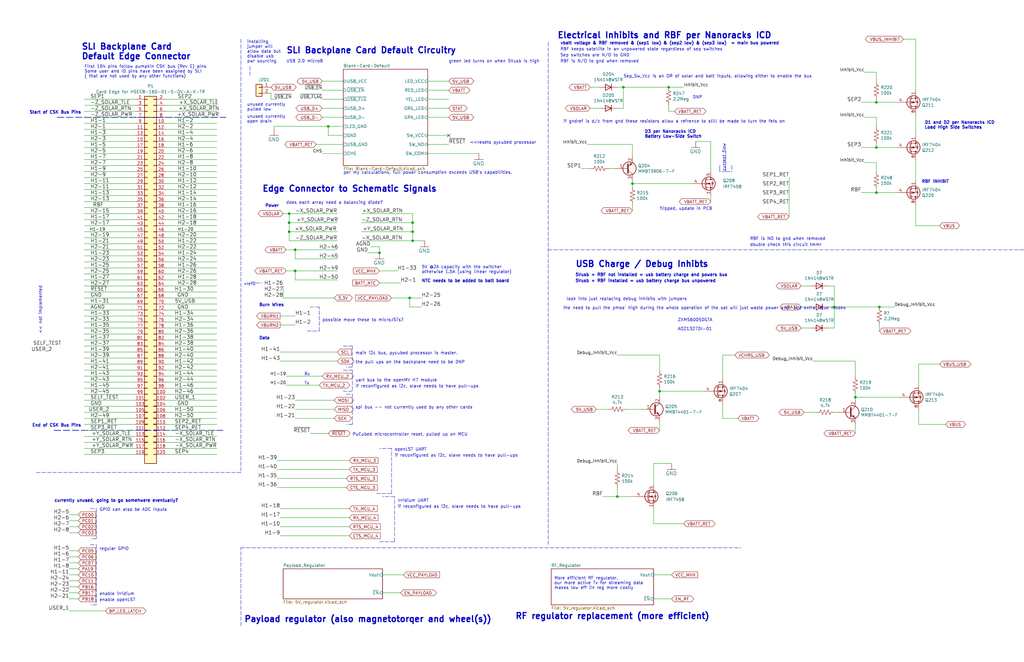
<source format=kicad_sch>
(kicad_sch (version 20211123) (generator eeschema)
  (paper "B")
  (title_block (title "Blank Card for SLI Backplane") (date "2021-11-05") (rev "A") (company "Sierra Lobo INC"))
  (junction (at 173.99 97.79))
  (junction (at 121.92 90.17))
  (junction (at 369.57 81.28))
  (junction (at 370.84 129.54))
  (junction (at 262.89 36.83))
  (junction (at 173.99 93.98))
  (junction (at 138.43 53.34))
  (junction (at 121.92 93.98))
  (junction (at 281.94 36.83))
  (junction (at 160.02 106.68))
  (junction (at 360.68 167.64))
  (junction (at 172.72 125.73))
  (junction (at 124.46 114.3))
  (junction (at 121.92 97.79))
  (junction (at 369.57 43.18))
  (junction (at 351.79 129.54))
  (junction (at 124.46 105.41))
  (junction (at 260.35 209.55))
  (junction (at 278.13 165.1))
  (junction (at 266.7 77.47))
  (junction (at 173.99 101.6))
  (junction (at 369.57 62.23))
  (no_connect (at 189.23 57.15))
  (wire (pts (xy 91.44 125.73) (xy 69.85 125.73)))
  (wire (pts (xy 91.44 49.53) (xy 69.85 49.53)))
  (polyline (pts (xy 38.1 229.87) (xy 40.64 229.87)))
  (wire (pts (xy 114.3 39.37) (xy 114.3 41.91)))
  (wire (pts (xy 29.21 252.73) (xy 33.02 252.73)))
  (wire (pts (xy 360.68 166.37) (xy 360.68 167.64)))
  (polyline (pts (xy 101.6 16.51) (xy 101.6 199.39)))
  (wire (pts (xy 275.59 195.58) (xy 275.59 204.47)))
  (wire (pts (xy 91.44 59.69) (xy 69.85 59.69)))
  (wire (pts (xy 57.15 118.11) (xy 35.56 118.11)))
  (wire (pts (xy 189.23 45.72) (xy 180.34 45.72)))
  (polyline (pts (xy 101.6 231.14) (xy 312.42 231.14)))
  (wire (pts (xy 91.44 181.61) (xy 69.85 181.61)))
  (wire (pts (xy 57.15 125.73) (xy 35.56 125.73)))
  (wire (pts (xy 91.44 158.75) (xy 69.85 158.75)))
  (wire (pts (xy 57.15 120.65) (xy 35.56 120.65)))
  (wire (pts (xy 281.94 44.45) (xy 281.94 46.99)))
  (wire (pts (xy 180.34 64.77) (xy 201.93 64.77)))
  (wire (pts (xy 118.11 137.16) (xy 124.46 137.16)))
  (wire (pts (xy 262.89 36.83) (xy 260.35 36.83)))
  (wire (pts (xy 130.81 182.88) (xy 138.43 182.88)))
  (wire (pts (xy 260.35 205.74) (xy 260.35 209.55)))
  (wire (pts (xy 278.13 165.1) (xy 278.13 167.64)))
  (polyline (pts (xy 107.95 119.38) (xy 110.49 119.38)))
  (wire (pts (xy 281.94 46.99) (xy 284.48 46.99)))
  (wire (pts (xy 369.57 30.48) (xy 369.57 34.29)))
  (wire (pts (xy 135.89 45.72) (xy 144.78 45.72)))
  (wire (pts (xy 29.21 247.65) (xy 33.02 247.65)))
  (polyline (pts (xy 144.78 156.21) (xy 148.59 156.21)))
  (wire (pts (xy 57.15 171.45) (xy 35.56 171.45)))
  (wire (pts (xy 140.97 176.53) (xy 124.46 176.53)))
  (wire (pts (xy 360.68 179.07) (xy 360.68 182.88)))
  (wire (pts (xy 189.23 34.29) (xy 180.34 34.29)))
  (wire (pts (xy 57.15 67.31) (xy 35.56 67.31)))
  (wire (pts (xy 57.15 140.97) (xy 35.56 140.97)))
  (wire (pts (xy 91.44 156.21) (xy 69.85 156.21)))
  (wire (pts (xy 124.46 118.11) (xy 124.46 114.3)))
  (wire (pts (xy 29.21 237.49) (xy 33.02 237.49)))
  (polyline (pts (xy 166.37 228.6) (xy 166.37 209.55)))
  (wire (pts (xy 91.44 85.09) (xy 69.85 85.09)))
  (wire (pts (xy 260.35 45.72) (xy 262.89 45.72)))
  (polyline (pts (xy 40.64 255.27) (xy 38.1 255.27)))
  (wire (pts (xy 57.15 41.91) (xy 35.56 41.91)))
  (wire (pts (xy 91.44 67.31) (xy 69.85 67.31)))
  (wire (pts (xy 173.99 93.98) (xy 152.4 93.98)))
  (wire (pts (xy 121.92 97.79) (xy 121.92 101.6)))
  (wire (pts (xy 364.49 49.53) (xy 369.57 49.53)))
  (wire (pts (xy 386.08 86.36) (xy 386.08 95.25)))
  (wire (pts (xy 91.44 128.27) (xy 69.85 128.27)))
  (wire (pts (xy 57.15 62.23) (xy 35.56 62.23)))
  (wire (pts (xy 57.15 151.13) (xy 35.56 151.13)))
  (wire (pts (xy 156.21 104.14) (xy 160.02 104.14)))
  (polyline (pts (xy 146.05 166.37) (xy 148.59 166.37)))
  (wire (pts (xy 173.99 90.17) (xy 173.99 93.98)))
  (wire (pts (xy 379.73 167.64) (xy 360.68 167.64)))
  (polyline (pts (xy 101.6 199.39) (xy 15.24 199.39)))
  (wire (pts (xy 142.24 148.59) (xy 118.11 148.59)))
  (wire (pts (xy 91.44 191.77) (xy 69.85 191.77)))
  (wire (pts (xy 369.57 62.23) (xy 363.22 62.23)))
  (wire (pts (xy 91.44 62.23) (xy 69.85 62.23)))
  (wire (pts (xy 57.15 130.81) (xy 35.56 130.81)))
  (wire (pts (xy 351.79 138.43) (xy 351.79 129.54)))
  (wire (pts (xy 189.23 49.53) (xy 180.34 49.53)))
  (wire (pts (xy 140.97 168.91) (xy 124.46 168.91)))
  (wire (pts (xy 351.79 120.65) (xy 349.25 120.65)))
  (wire (pts (xy 57.15 59.69) (xy 35.56 59.69)))
  (wire (pts (xy 369.57 68.58) (xy 369.57 72.39)))
  (wire (pts (xy 288.29 220.98) (xy 275.59 220.98)))
  (wire (pts (xy 360.68 168.91) (xy 360.68 167.64)))
  (wire (pts (xy 91.44 184.15) (xy 69.85 184.15)))
  (wire (pts (xy 177.8 125.73) (xy 172.72 125.73)))
  (wire (pts (xy 116.84 194.31) (xy 147.32 194.31)))
  (polyline (pts (xy 148.59 146.05) (xy 148.59 154.94)))
  (wire (pts (xy 278.13 149.86) (xy 278.13 156.21)))
  (polyline (pts (xy 40.64 214.63) (xy 40.64 227.33)))
  (wire (pts (xy 144.78 38.1) (xy 135.89 38.1)))
  (wire (pts (xy 369.57 80.01) (xy 369.57 81.28)))
  (wire (pts (xy 57.15 153.67) (xy 35.56 153.67)))
  (wire (pts (xy 121.92 90.17) (xy 121.92 93.98)))
  (wire (pts (xy 260.35 149.86) (xy 278.13 149.86)))
  (wire (pts (xy 119.38 90.17) (xy 121.92 90.17)))
  (polyline (pts (xy 101.6 264.16) (xy 101.6 231.14)))
  (polyline (pts (xy 303.53 69.85) (xy 303.53 71.12)))
  (wire (pts (xy 144.78 60.96) (xy 133.35 60.96)))
  (wire (pts (xy 91.44 54.61) (xy 69.85 54.61)))
  (wire (pts (xy 167.64 114.3) (xy 160.02 114.3)))
  (wire (pts (xy 91.44 82.55) (xy 69.85 82.55)))
  (wire (pts (xy 57.15 181.61) (xy 35.56 181.61)))
  (wire (pts (xy 337.82 120.65) (xy 341.63 120.65)))
  (wire (pts (xy 57.15 148.59) (xy 35.56 148.59)))
  (wire (pts (xy 251.46 172.72) (xy 256.54 172.72)))
  (polyline (pts (xy 148.59 179.07) (xy 146.05 179.07)))
  (wire (pts (xy 116.84 198.12) (xy 147.32 198.12)))
  (polyline (pts (xy 166.37 209.55) (xy 161.29 209.55)))
  (wire (pts (xy 57.15 156.21) (xy 35.56 156.21)))
  (wire (pts (xy 135.89 64.77) (xy 144.78 64.77)))
  (wire (pts (xy 278.13 177.8) (xy 278.13 181.61)))
  (wire (pts (xy 91.44 173.99) (xy 69.85 173.99)))
  (wire (pts (xy 262.89 45.72) (xy 262.89 36.83)))
  (wire (pts (xy 138.43 57.15) (xy 138.43 53.34)))
  (polyline (pts (xy 148.59 154.94) (xy 146.05 154.94)))
  (wire (pts (xy 91.44 186.69) (xy 69.85 186.69)))
  (wire (pts (xy 57.15 69.85) (xy 35.56 69.85)))
  (wire (pts (xy 189.23 60.96) (xy 180.34 60.96)))
  (wire (pts (xy 364.49 30.48) (xy 369.57 30.48)))
  (wire (pts (xy 264.16 172.72) (xy 270.51 172.72)))
  (wire (pts (xy 57.15 95.25) (xy 35.56 95.25)))
  (wire (pts (xy 260.35 209.55) (xy 267.97 209.55)))
  (wire (pts (xy 341.63 129.54) (xy 337.82 129.54)))
  (polyline (pts (xy 134.62 129.54) (xy 130.81 129.54)))
  (wire (pts (xy 57.15 52.07) (xy 35.56 52.07)))
  (polyline (pts (xy 158.75 208.28) (xy 165.1 208.28)))
  (wire (pts (xy 91.44 168.91) (xy 69.85 168.91)))
  (wire (pts (xy 91.44 151.13) (xy 69.85 151.13)))
  (wire (pts (xy 57.15 44.45) (xy 35.56 44.45)))
  (polyline (pts (xy 40.64 229.87) (xy 40.64 255.27)))
  (wire (pts (xy 381 16.51) (xy 386.08 16.51)))
  (wire (pts (xy 57.15 46.99) (xy 35.56 46.99)))
  (wire (pts (xy 57.15 158.75) (xy 35.56 158.75)))
  (wire (pts (xy 57.15 113.03) (xy 35.56 113.03)))
  (wire (pts (xy 121.92 101.6) (xy 142.24 101.6)))
  (wire (pts (xy 33.02 222.25) (xy 29.21 222.25)))
  (wire (pts (xy 172.72 129.54) (xy 177.8 129.54)))
  (wire (pts (xy 266.7 86.36) (xy 266.7 88.9)))
  (wire (pts (xy 168.91 119.38) (xy 160.02 119.38)))
  (wire (pts (xy 91.44 87.63) (xy 69.85 87.63)))
  (wire (pts (xy 304.8 149.86) (xy 304.8 160.02)))
  (wire (pts (xy 29.21 242.57) (xy 33.02 242.57)))
  (wire (pts (xy 387.35 172.72) (xy 387.35 179.07)))
  (wire (pts (xy 57.15 54.61) (xy 35.56 54.61)))
  (wire (pts (xy 29.21 232.41) (xy 33.02 232.41)))
  (wire (pts (xy 299.72 59.69) (xy 293.37 59.69)))
  (wire (pts (xy 91.44 72.39) (xy 69.85 72.39)))
  (wire (pts (xy 396.24 153.67) (xy 387.35 153.67)))
  (wire (pts (xy 256.54 71.12) (xy 259.08 71.12)))
  (wire (pts (xy 120.65 162.56) (xy 134.62 162.56)))
  (wire (pts (xy 114.3 41.91) (xy 116.84 41.91)))
  (wire (pts (xy 135.89 41.91) (xy 144.78 41.91)))
  (wire (pts (xy 248.92 71.12) (xy 245.11 71.12)))
  (wire (pts (xy 91.44 153.67) (xy 69.85 153.67)))
  (wire (pts (xy 387.35 179.07) (xy 398.78 179.07)))
  (wire (pts (xy 281.94 36.83) (xy 288.29 36.83)))
  (wire (pts (xy 172.72 125.73) (xy 172.72 129.54)))
  (polyline (pts (xy 134.62 139.7) (xy 134.62 129.54)))
  (wire (pts (xy 57.15 107.95) (xy 35.56 107.95)))
  (wire (pts (xy 57.15 168.91) (xy 35.56 168.91)))
  (wire (pts (xy 57.15 166.37) (xy 35.56 166.37)))
  (wire (pts (xy 124.46 114.3) (xy 142.24 114.3)))
  (wire (pts (xy 124.46 109.22) (xy 142.24 109.22)))
  (wire (pts (xy 386.08 67.31) (xy 386.08 76.2)))
  (polyline (pts (xy 148.59 165.1) (xy 144.78 165.1)))
  (wire (pts (xy 369.57 41.91) (xy 369.57 43.18)))
  (wire (pts (xy 189.23 57.15) (xy 180.34 57.15)))
  (wire (pts (xy 369.57 49.53) (xy 369.57 53.34)))
  (polyline (pts (xy 24.13 49.53) (xy 95.25 49.53)) (stroke (width 0.254)))
  (wire (pts (xy 116.84 201.93) (xy 146.05 201.93)))
  (wire (pts (xy 33.02 250.19) (xy 29.21 250.19)))
  (wire (pts (xy 135.89 34.29) (xy 144.78 34.29)))
  (wire (pts (xy 154.94 106.68) (xy 160.02 106.68)))
  (wire (pts (xy 91.44 123.19) (xy 69.85 123.19)))
  (wire (pts (xy 57.15 105.41) (xy 35.56 105.41)))
  (wire (pts (xy 91.44 148.59) (xy 69.85 148.59)))
  (wire (pts (xy 179.07 101.6) (xy 173.99 101.6)))
  (wire (pts (xy 386.08 95.25) (xy 396.24 95.25)))
  (wire (pts (xy 57.15 74.93) (xy 35.56 74.93)))
  (wire (pts (xy 57.15 135.89) (xy 35.56 135.89)))
  (wire (pts (xy 116.84 205.74) (xy 146.05 205.74)))
  (wire (pts (xy 91.44 80.01) (xy 69.85 80.01)))
  (wire (pts (xy 360.68 152.4) (xy 360.68 158.75)))
  (wire (pts (xy 91.44 107.95) (xy 69.85 107.95)))
  (wire (pts (xy 57.15 90.17) (xy 35.56 90.17)))
  (wire (pts (xy 57.15 191.77) (xy 35.56 191.77)))
  (wire (pts (xy 118.11 222.25) (xy 147.32 222.25)))
  (wire (pts (xy 57.15 173.99) (xy 35.56 173.99)))
  (wire (pts (xy 370.84 129.54) (xy 377.19 129.54)))
  (polyline (pts (xy 22.86 181.61) (xy 93.98 181.61)) (stroke (width 0.254)))
  (wire (pts (xy 57.15 49.53) (xy 35.56 49.53)))
  (wire (pts (xy 173.99 97.79) (xy 152.4 97.79)))
  (wire (pts (xy 91.44 44.45) (xy 69.85 44.45)))
  (wire (pts (xy 57.15 138.43) (xy 35.56 138.43)))
  (wire (pts (xy 57.15 146.05) (xy 35.56 146.05)))
  (wire (pts (xy 91.44 90.17) (xy 69.85 90.17)))
  (polyline (pts (xy 160.02 228.6) (xy 166.37 228.6)))
  (wire (pts (xy 57.15 92.71) (xy 35.56 92.71)))
  (wire (pts (xy 91.44 41.91) (xy 69.85 41.91)))
  (wire (pts (xy 247.65 60.96) (xy 266.7 60.96)))
  (wire (pts (xy 91.44 143.51) (xy 69.85 143.51)))
  (wire (pts (xy 57.15 110.49) (xy 35.56 110.49)))
  (wire (pts (xy 140.97 172.72) (xy 124.46 172.72)))
  (wire (pts (xy 91.44 146.05) (xy 69.85 146.05)))
  (polyline (pts (xy 303.53 71.12) (xy 303.53 72.39)))
  (wire (pts (xy 57.15 115.57) (xy 35.56 115.57)))
  (wire (pts (xy 173.99 93.98) (xy 173.99 97.79)))
  (wire (pts (xy 57.15 128.27) (xy 35.56 128.27)))
  (wire (pts (xy 170.18 242.57) (xy 161.29 242.57)))
  (wire (pts (xy 364.49 68.58) (xy 369.57 68.58)))
  (wire (pts (xy 91.44 69.85) (xy 69.85 69.85)))
  (wire (pts (xy 91.44 179.07) (xy 69.85 179.07)))
  (wire (pts (xy 144.78 57.15) (xy 138.43 57.15)))
  (wire (pts (xy 91.44 110.49) (xy 69.85 110.49)))
  (polyline (pts (xy 1041.4 464.82) (xy 1041.4 452.12)))
  (wire (pts (xy 57.15 133.35) (xy 35.56 133.35)))
  (wire (pts (xy 57.15 85.09) (xy 35.56 85.09)))
  (polyline (pts (xy 165.1 208.28) (xy 165.1 189.23)))
  (wire (pts (xy 57.15 80.01) (xy 35.56 80.01)))
  (wire (pts (xy 339.09 173.99) (xy 344.17 173.99)))
  (wire (pts (xy 189.23 38.1) (xy 180.34 38.1)))
  (wire (pts (xy 119.38 125.73) (xy 140.97 125.73)))
  (wire (pts (xy 115.57 53.34) (xy 138.43 53.34)))
  (wire (pts (xy 299.72 59.69) (xy 299.72 72.39)))
  (wire (pts (xy 283.21 242.57) (xy 275.59 242.57)))
  (wire (pts (xy 91.44 166.37) (xy 69.85 166.37)))
  (polyline (pts (xy 231.14 17.78) (xy 231.14 229.87)))
  (polyline (pts (xy 129.54 139.7) (xy 134.62 139.7)))
  (wire (pts (xy 57.15 123.19) (xy 35.56 123.19)))
  (wire (pts (xy 332.74 74.93) (xy 332.74 91.44)))
  (wire (pts (xy 91.44 57.15) (xy 69.85 57.15)))
  (wire (pts (xy 142.24 152.4) (xy 118.11 152.4)))
  (wire (pts (xy 29.21 257.81) (xy 44.45 257.81)))
  (wire (pts (xy 120.65 105.41) (xy 124.46 105.41)))
  (polyline (pts (xy 231.14 105.41) (xy 434.34 105.41)))
  (wire (pts (xy 370.84 137.16) (xy 370.84 139.7)))
  (wire (pts (xy 29.21 219.71) (xy 33.02 219.71)))
  (wire (pts (xy 115.57 53.34) (xy 115.57 54.61)))
  (wire (pts (xy 91.44 163.83) (xy 69.85 163.83)))
  (wire (pts (xy 57.15 97.79) (xy 35.56 97.79)))
  (wire (pts (xy 309.88 149.86) (xy 304.8 149.86)))
  (wire (pts (xy 91.44 100.33) (xy 69.85 100.33)))
  (polyline (pts (xy 148.59 156.21) (xy 148.59 165.1)))
  (wire (pts (xy 121.92 93.98) (xy 121.92 97.79)))
  (wire (pts (xy 351.79 129.54) (xy 370.84 129.54)))
  (polyline (pts (xy 165.1 189.23) (xy 160.02 189.23)))
  (wire (pts (xy 57.15 87.63) (xy 35.56 87.63)))
  (wire (pts (xy 369.57 62.23) (xy 378.46 62.23)))
  (wire (pts (xy 91.44 92.71) (xy 69.85 92.71)))
  (polyline (pts (xy 308.61 69.85) (xy 308.61 72.39)))
  (wire (pts (xy 369.57 81.28) (xy 363.22 81.28)))
  (polyline (pts (xy 306.07 72.39) (xy 308.61 72.39)))
  (wire (pts (xy 91.44 130.81) (xy 69.85 130.81)))
  (wire (pts (xy 119.38 125.73) (xy 119.38 120.65)))
  (wire (pts (xy 142.24 93.98) (xy 121.92 93.98)))
  (wire (pts (xy 124.46 133.35) (xy 118.11 133.35)))
  (polyline (pts (xy 306.07 63.5) (xy 306.07 72.39)))
  (wire (pts (xy 304.8 176.53) (xy 311.15 176.53)))
  (wire (pts (xy 266.7 77.47) (xy 266.7 78.74)))
  (wire (pts (xy 387.35 153.67) (xy 387.35 162.56)))
  (polyline (pts (xy 306.07 72.39) (xy 303.53 72.39)))
  (wire (pts (xy 297.18 165.1) (xy 278.13 165.1)))
  (wire (pts (xy 180.34 41.91) (xy 189.23 41.91)))
  (wire (pts (xy 91.44 115.57) (xy 69.85 115.57)))
  (wire (pts (xy 33.02 240.03) (xy 29.21 240.03)))
  (wire (pts (xy 142.24 105.41) (xy 124.46 105.41)))
  (wire (pts (xy 252.73 36.83) (xy 248.92 36.83)))
  (wire (pts (xy 91.44 77.47) (xy 69.85 77.47)))
  (wire (pts (xy 144.78 53.34) (xy 138.43 53.34)))
  (wire (pts (xy 275.59 195.58) (xy 283.21 195.58)))
  (wire (pts (xy 342.9 152.4) (xy 360.68 152.4)))
  (wire (pts (xy 91.44 176.53) (xy 69.85 176.53)))
  (wire (pts (xy 135.89 49.53) (xy 144.78 49.53)))
  (wire (pts (xy 91.44 118.11) (xy 69.85 118.11)))
  (wire (pts (xy 351.79 173.99) (xy 353.06 173.99)))
  (wire (pts (xy 57.15 176.53) (xy 35.56 176.53)))
  (wire (pts (xy 369.57 81.28) (xy 378.46 81.28)))
  (wire (pts (xy 275.59 252.73) (xy 283.21 252.73)))
  (wire (pts (xy 57.15 72.39) (xy 35.56 72.39)))
  (wire (pts (xy 91.44 105.41) (xy 69.85 105.41)))
  (wire (pts (xy 91.44 189.23) (xy 69.85 189.23)))
  (wire (pts (xy 351.79 129.54) (xy 349.25 129.54)))
  (wire (pts (xy 351.79 129.54) (xy 351.79 120.65)))
  (wire (pts (xy 57.15 189.23) (xy 35.56 189.23)))
  (wire (pts (xy 91.44 95.25) (xy 69.85 95.25)))
  (wire (pts (xy 91.44 74.93) (xy 69.85 74.93)))
  (wire (pts (xy 57.15 102.87) (xy 35.56 102.87)))
  (wire (pts (xy 91.44 140.97) (xy 69.85 140.97)))
  (wire (pts (xy 124.46 105.41) (xy 124.46 109.22)))
  (wire (pts (xy 118.11 218.44) (xy 147.32 218.44)))
  (wire (pts (xy 29.21 224.79) (xy 33.02 224.79)))
  (wire (pts (xy 57.15 163.83) (xy 35.56 163.83)))
  (wire (pts (xy 57.15 184.15) (xy 35.56 184.15)))
  (polyline (pts (xy 38.1 214.63) (xy 40.64 214.63)))
  (wire (pts (xy 349.25 138.43) (xy 351.79 138.43)))
  (polyline (pts (xy 105.41 27.94) (xy 105.41 31.75)))
  (wire (pts (xy 304.8 170.18) (xy 304.8 176.53)))
  (wire (pts (xy 369.57 43.18) (xy 378.46 43.18)))
  (wire (pts (xy 57.15 100.33) (xy 35.56 100.33)))
  (wire (pts (xy 278.13 163.83) (xy 278.13 165.1)))
  (wire (pts (xy 91.44 171.45) (xy 69.85 171.45)))
  (wire (pts (xy 337.82 138.43) (xy 341.63 138.43)))
  (wire (pts (xy 248.92 45.72) (xy 252.73 45.72)))
  (wire (pts (xy 161.29 250.19) (xy 168.91 250.19)))
  (wire (pts (xy 386.08 16.51) (xy 386.08 38.1)))
  (wire (pts (xy 121.92 90.17) (xy 142.24 90.17)))
  (wire (pts (xy 266.7 77.47) (xy 292.1 77.47)))
  (wire (pts (xy 91.44 120.65) (xy 69.85 120.65)))
  (wire (pts (xy 57.15 186.69) (xy 35.56 186.69)))
  (wire (pts (xy 91.44 102.87) (xy 69.85 102.87)))
  (wire (pts (xy 57.15 143.51) (xy 35.56 143.51)))
  (wire (pts (xy 57.15 57.15) (xy 35.56 57.15)))
  (wire (pts (xy 142.24 97.79) (xy 121.92 97.79)))
  (wire (pts (xy 91.44 135.89) (xy 69.85 135.89)))
  (wire (pts (xy 260.35 195.58) (xy 260.35 198.12)))
  (wire (pts (xy 160.02 104.14) (xy 160.02 106.68)))
  (wire (pts (xy 386.08 57.15) (xy 386.08 48.26)))
  (wire (pts (xy 173.99 90.17) (xy 152.4 90.17)))
  (wire (pts (xy 173.99 101.6) (xy 152.4 101.6)))
  (wire (pts (xy 91.44 113.03) (xy 69.85 113.03)))
  (wire (pts (xy 57.15 64.77) (xy 35.56 64.77)))
  (polyline (pts (xy 148.59 166.37) (xy 148.59 179.07)))
  (wire (pts (xy 262.89 36.83) (xy 281.94 36.83)))
  (wire (pts (xy 91.44 64.77) (xy 69.85 64.77)))
  (polyline (pts (xy 40.64 227.33) (xy 38.1 227.33)))
  (wire (pts (xy 91.44 46.99) (xy 69.85 46.99)))
  (wire (pts (xy 91.44 161.29) (xy 69.85 161.29)))
  (wire (pts (xy 91.44 97.79) (xy 69.85 97.79)))
  (wire (pts (xy 124.46 118.11) (xy 142.24 118.11)))
  (wire (pts (xy 33.02 245.11) (xy 29.21 245.11)))
  (wire (pts (xy 266.7 60.96) (xy 266.7 66.04)))
  (wire (pts (xy 369.57 60.96) (xy 369.57 62.23)))
  (wire (pts (xy 33.02 217.17) (xy 29.21 217.17)))
  (wire (pts (xy 57.15 179.07) (xy 35.56 179.07)))
  (wire (pts (xy 173.99 97.79) (xy 173.99 101.6)))
  (wire (pts (xy 57.15 161.29) (xy 35.56 161.29)))
  (wire (pts (xy 120.65 114.3) (xy 124.46 114.3)))
  (wire (pts (xy 363.22 43.18) (xy 369.57 43.18)))
  (wire (pts (xy 91.44 133.35) (xy 69.85 133.35)))
  (wire (pts (xy 254 209.55) (xy 260.35 209.55)))
  (polyline (pts (xy 144.78 146.05) (xy 148.59 146.05)))
  (wire (pts (xy 91.44 138.43) (xy 69.85 138.43)))
  (wire (pts (xy 275.59 220.98) (xy 275.59 214.63)))
  (wire (pts (xy 33.02 234.95) (xy 29.21 234.95)))
  (wire (pts (xy 57.15 82.55) (xy 35.56 82.55)))
  (wire (pts (xy 165.1 125.73) (xy 172.72 125.73)))
  (wire (pts (xy 266.7 76.2) (xy 266.7 77.47)))
  (wire (pts (xy 118.11 226.06) (xy 147.32 226.06)))
  (wire (pts (xy 118.11 214.63) (xy 147.32 214.63)))
  (wire (pts (xy 135.89 158.75) (xy 120.65 158.75)))
  (wire (pts (xy 299.72 82.55) (xy 299.72 85.09)))
  (wire (pts (xy 35.56 77.47) (xy 57.15 77.47)))
  (wire (pts (xy 91.44 52.07) (xy 69.85 52.07)))
  (text "RBF is NO to gnd when removed" (at 316.23 101.6 0) (effects (font (size 1.27 1.27)) (justify left bottom)))
  (text "possible move these to microJSTs?" (at 135.89 135.89 0) (effects (font (size 1.27 1.27)) (justify left bottom)))
  (text "Power" (at 111.76 87.63 0) (effects (font (size 1.27 1.27) (thickness 0.254) bold) (justify left bottom)))
  (text "if reconfigured as i2c, slave needs to have pull-ups" (at 149.86 163.83 0) (effects (font (size 1.27 1.27)) (justify left bottom)))
  (text "RBF is N/O to gnd when removed" (at 236.22 26.67 0) (effects (font (size 1.27 1.27)) (justify left bottom)))
  (text "Tx" (at 128.27 162.56 0) (effects (font (size 1.27 1.27)) (justify left bottom)))
  (text "RBF INHIBIT" (at 388.62 77.47 0) (effects (font (size 1.27 1.27) (thickness 0.254) bold) (justify left bottom)))
  (text "enable openLST" (at 41.91 254 0) (effects (font (size 1.27 1.27)) (justify left bottom)))
  (text "spi bus -- not currently used by any other cards" (at 149.86 172.72 0) (effects (font (size 1.27 1.27)) (justify left bottom)))
  (text "5Vusb + RBF installed = usb battery charge bus unpowered" (at 242.57 119.38 0) (effects (font (size 1.27 1.27) (thickness 0.254) bold) (justify left bottom)))
  (text "NTC needs to be added to batt board" (at 177.8 119.38 0) (effects (font (size 1.27 1.27) (thickness 0.254) bold) (justify left bottom)))
  (text "SLI Backplane Card \nDefault Edge Connector" (at 34.29 25.4 0) (effects (font (size 2.54 2.54) (thickness 0.508) bold) (justify left bottom)))
  (text "Data" (at 109.22 143.51 0) (effects (font (size 1.27 1.27) (thickness 0.254) bold) (justify left bottom)))
  (text "Start of CSK Bus Pins" (at 34.29 48.26 180) (effects (font (size 1.27 1.27) (thickness 0.254) bold) (justify right bottom)))
  (text "PuCubed microcontroller reset, pulled up on MCU" (at 148.59 184.15 0) (effects (font (size 1.27 1.27)) (justify left bottom)))
  (text "Sep_Sw_Vcc is an OR of solar and batt inputs, allowing either to enable the bus" (at 262.89 33.02 0) (effects (font (size 1.27 1.27)) (justify left bottom)))
  (text "USB 2.0 microB" (at 120.65 26.67 0) (effects (font (size 1.27 1.27)) (justify left bottom)))
  (text "regular GPIO" (at 41.91 232.41 0) (effects (font (size 1.27 1.27)) (justify left bottom)))
  (text "Irridium UART" (at 167.64 212.09 0) (effects (font (size 1.27 1.27)) (justify left bottom)))
  (text "More efficient RF regulator,\nour more active Tx for streaming data\nmakes low eff lin reg more costly" (at 233.68 248.92 0) (effects (font (size 1.27 1.27)) (justify left bottom)))
  (text "5V @2A capacity with the switcher\notherwise 1.5A (using linear regulator)" (at 177.8 115.57 0) (effects (font (size 1.27 1.27)) (justify left bottom)))
  (text "if reconfigured as i2c, slave needs to have pull-ups" (at 167.64 214.63 0) (effects (font (size 1.27 1.27)) (justify left bottom)))
  (text "the need to pull the pmos' high during the whole operation of the sat will just waste power and  add extra falue modes" (at 237.49 130.81 0) (effects (font (size 1.27 1.27)) (justify left bottom)))
  (text "D3 per Nanoracks ICD\nBattery Low-Side Switch" (at 271.78 58.42 0) (effects (font (size 1.27 1.27) (thickness 0.254) bold) (justify left bottom)))
  (text "D1 and D2 per Nanoracks ICD\nLoad High Side Switches" (at 389.89 54.61 0) (effects (font (size 1.27 1.27) (thickness 0.254) bold) (justify left bottom)))
  (text "unused currently \nopen drain" (at 104.14 52.07 0) (effects (font (size 1.27 1.27)) (justify left bottom)))
  (text "double check this circuit tmmr" (at 316.23 104.14 0) (effects (font (size 1.27 1.27)) (justify left bottom)))
  (text "if gndref is d/c from gnd these resistors allow a refrence to still be made to turn the fets on" (at 237.49 52.07 0) (effects (font (size 1.27 1.27)) (justify left bottom)))
  (text "openLST UART" (at 166.37 190.5 0) (effects (font (size 1.27 1.27)) (justify left bottom)))
  (text "GPIO can also be ADC inputs" (at 41.91 215.9 0) (effects (font (size 1.27 1.27)) (justify left bottom)))
  (text "unused currently\npulled low" (at 104.14 46.99 0) (effects (font (size 1.27 1.27)) (justify left bottom)))
  (text "Sep switches are N/O to GND" (at 236.22 24.13 0) (effects (font (size 1.27 1.27)) (justify left bottom)))
  (text "main i2c bus, pycubed processor is master. " (at 149.86 149.86 0) (effects (font (size 1.27 1.27)) (justify left bottom)))
  (text "uart bus to the openMV H7 module" (at 149.86 161.29 0) (effects (font (size 1.27 1.27)) (justify left bottom)))
  (text "installing\njumper will \nallow data but \ndisable usb \npwr sourcing" (at 104.14 26.67 0) (effects (font (size 1.27 1.27)) (justify left bottom)))
  (text "does each array need a balancing diode?" (at 120.65 86.36 0) (effects (font (size 1.27 1.27)) (justify left bottom)))
  (text "RF regulator replacement (more efficient)\n" (at 217.17 261.62 0) (effects (font (size 2.54 2.54) (thickness 0.508) bold) (justify left bottom)))
  (text "USB Charge / Debug Inhibts" (at 242.57 113.03 0) (effects (font (size 2.54 2.54) (thickness 0.508) bold) (justify left bottom)))
  (text "ZXMS6005DGTA" (at 285.75 135.89 0) (effects (font (size 1.27 1.27)) (justify left bottom)))
  (text "RBF keeps satellite in an unpowered state regardless of sep switches" (at 236.22 21.59 0) (effects (font (size 1.27 1.27)) (justify left bottom)))
  (text "vref0" (at 102.87 120.65 0) (effects (font (size 1.27 1.27)) (justify left bottom)))
  (text "Rx" (at 128.27 158.75 0) (effects (font (size 1.27 1.27)) (justify left bottom)))
  (text "5Vusb + RBF not installed = usb battery charge and powers bus" (at 242.57 116.84 0) (effects (font (size 1.27 1.27) (thickness 0.254) bold) (justify left bottom)))
  (text "<< not implemented" (at 17.78 140.97 90) (effects (font (size 1.27 1.27)) (justify left bottom)))
  (text "currently unused, going to go somehwere eventually?" (at 22.86 212.09 0) (effects (font (size 1.27 1.27) (thickness 0.254) bold) (justify left bottom)))
  (text "green led turns on when 5Vusb is high" (at 189.23 26.67 0) (effects (font (size 1.27 1.27)) (justify left bottom)))
  (text "Burn Wires" (at 109.22 129.54 0) (effects (font (size 1.27 1.27) (thickness 0.254) bold) (justify left bottom)))
  (text "Edge Connector to Schematic Signals" (at 110.49 81.28 0) (effects (font (size 2.54 2.54) (thickness 0.508) bold) (justify left bottom)))
  (text "SLI Backplane Card Default Circuitry" (at 120.65 22.86 0) (effects (font (size 2.54 2.54) (thickness 0.508) bold) (justify left bottom)))
  (text "look into just replacing debug inhibits with jumpers" (at 238.76 127 0) (effects (font (size 1.27 1.27)) (justify left bottom)))
  (text "<<resets pycubed processor" (at 198.12 60.96 0) (effects (font (size 1.27 1.27)) (justify left bottom)))
  (text "if reconfigured as i2c, slave needs to have pull-ups" (at 166.37 193.04 0) (effects (font (size 1.27 1.27)) (justify left bottom)))
  (text "flipped, update in PCB" (at 278.13 88.9 0) (effects (font (size 1.27 1.27)) (justify left bottom)))
  (text "AOZ1327DI-01\n" (at 285.75 139.7 0) (effects (font (size 1.27 1.27)) (justify left bottom)))
  (text "End of CSK Bus Pins" (at 34.29 180.34 180) (effects (font (size 1.27 1.27) (thickness 0.254) bold) (justify right bottom)))
  (text "current flow" (at 306.07 72.39 90) (effects (font (size 1.27 1.27)) (justify left bottom)))
  (text "Electrical Inhibits and RBF per Nanoracks ICD" (at 234.95 16.51 0) (effects (font (size 2.54 2.54) (thickness 0.508) bold) (justify left bottom)))
  (text "enable irridium" (at 41.91 251.46 0) (effects (font (size 1.27 1.27)) (justify left bottom)))
  (text "the pull ups on the backplane need to be DNP" (at 149.86 153.67 0) (effects (font (size 1.27 1.27)) (justify left bottom)))
  (text "DNP" (at 292.1 41.91 0) (effects (font (size 1.27 1.27)) (justify left bottom)))
  (text "vbatt voltage & RBF removed & (sep1 low) & (sep2 low) & (sep3 low)  = main bus powered" (at 236.22 19.05 0) (effects (font (size 1.27 1.27) (thickness 0.254) bold) (justify left bottom)))
  (text "per my calculations, full power consumption exceeds USB's capabilities." (at 144.78 73.66 0) (effects (font (size 1.27 1.27)) (justify left bottom)))
  (text "Payload regulator (also magnetotorqer and wheel(s))" (at 102.87 262.89 0) (effects (font (size 2.54 2.54) (thickness 0.508) bold) (justify left bottom)))
  (text "First 104 pins follow pumpkin CSK bus (Rev E) pins\nSome user and IO pins have been assigned by SLI \n( that are not used by any other functions)" (at 35.56 33.02 0) (effects (font (size 1.27 1.27)) (justify left bottom)))
  (label "H1-28" (at 74.93 118.11 0) (effects (font (size 1.524 1.524))))
  (label "~{RESET}" (at 130.81 182.88 180) (effects (font (size 1.524 1.524))))
  (label "H2-16" (at 74.93 90.17 0) (effects (font (size 1.524 1.524))))
  (label "SEP3_RET" (at 332.74 82.55 180) (effects (font (size 1.524 1.524))))
  (label "H1-33" (at 167.64 114.3 0) (effects (font (size 1.524 1.524))))
  (label "SEP2_RET" (at 73.66 179.07 0) (effects (font (size 1.524 1.524))))
  (label "H1-8" (at 74.93 67.31 0) (effects (font (size 1.524 1.524))))
  (label "H2-50" (at 134.62 118.11 0) (effects (font (size 1.524 1.524))))
  (label "H1-21" (at 38.1 102.87 0) (effects (font (size 1.524 1.524))))
  (label "+X_SOLAR_PWR" (at 124.206 97.79 0) (effects (font (size 1.524 1.524))))
  (label "H1-16" (at 74.93 87.63 0) (effects (font (size 1.524 1.524))))
  (label "H1-1" (at 124.46 133.35 0) (effects (font (size 1.524 1.524))))
  (label "H2-35" (at 38.1 140.97 0) (effects (font (size 1.524 1.524))))
  (label "SELF_TEST" (at 38.1 168.91 0) (effects (font (size 1.524 1.524))))
  (label "H1-35" (at 38.1 138.43 0) (effects (font (size 1.524 1.524))))
  (label "RBF" (at 39.116 87.63 0) (effects (font (size 1.524 1.524))))
  (label "H2-24" (at 29.21 245.11 180) (effects (font (size 1.524 1.524))))
  (label "H2-22" (at 74.93 105.41 0) (effects (font (size 1.524 1.524))))
  (label "H1-7" (at 29.21 237.49 180) (effects (font (size 1.524 1.524))))
  (label "H2-21" (at 29.21 252.73 180) (effects (font (size 1.524 1.524))))
  (label "H2-33" (at 38.1 135.89 0) (effects (font (size 1.524 1.524))))
  (label "SEP3_RET" (at 38.1 181.61 0) (effects (font (size 1.524 1.524))))
  (label "H2-9" (at 38.1 74.93 0) (effects (font (size 1.524 1.524))))
  (label "H1-21" (at 124.46 176.53 180) (effects (font (size 1.524 1.524))))
  (label "CHS" (at 135.89 64.77 180))
  (label "H1-2" (at 74.93 52.07 0) (effects (font (size 1.524 1.524))))
  (label "H1-10" (at 118.11 222.25 180) (effects (font (size 1.524 1.524))))
  (label "H2-14" (at 74.93 85.09 0) (effects (font (size 1.524 1.524))))
  (label "H2-45" (at 38.1 166.37 0) (effects (font (size 1.524 1.524))))
  (label "H1-34" (at 73.66 133.35 0) (effects (font (size 1.524 1.524))))
  (label "H1-11" (at 38.1 77.47 0) (effects (font (size 1.524 1.524))))
  (label "RBF" (at 363.22 81.28 180) (effects (font (size 1.524 1.524))))
  (label "H1-36" (at 73.66 138.43 0) (effects (font (size 1.524 1.524))))
  (label "Debug_Inhibit_Vcc" (at 377.19 129.54 0))
  (label "H2-8" (at 29.21 224.79 180) (effects (font (size 1.524 1.524))))
  (label "SEP4" (at 73.66 191.77 0) (effects (font (size 1.524 1.524))))
  (label "H1-41" (at 38.1 153.67 0) (effects (font (size 1.524 1.524))))
  (label "H2-25" (at 38.1 115.57 0) (effects (font (size 1.524 1.524))))
  (label "~{RESET}" (at 189.23 60.96 0) (effects (font (size 1.524 1.524))))
  (label "H1-5" (at 29.21 232.41 180) (effects (font (size 1.524 1.524))))
  (label "SEP3" (at 363.22 62.23 180) (effects (font (size 1.524 1.524))))
  (label "H1-46" (at 73.66 163.83 0) (effects (font (size 1.524 1.524))))
  (label "+X_SOLAR_TLE" (at 75.438 44.45 0) (effects (font (size 1.524 1.524))))
  (label "H1-20" (at 120.65 162.56 180))
  (label "H2-28" (at 119.38 125.73 180) (effects (font (size 1.524 1.524))))
  (label "H1-9" (at 118.11 226.06 180) (effects (font (size 1.524 1.524))))
  (label "RBF" (at 254.254 209.55 180) (effects (font (size 1.524 1.524))))
  (label "H1-20" (at 74.93 97.79 0))
  (label "H1-39" (at 38.1 148.59 0) (effects (font (size 1.524 1.524))))
  (label "-Z_SOLAR_PWR" (at 124.46 101.6 0) (effects (font (size 1.524 1.524))))
  (label "H2-19" (at 38.1 100.33 0) (effects (font (size 1.524 1.524))))
  (label "H2-38" (at 73.66 146.05 0) (effects (font (size 1.524 1.524))))
  (label "GND" (at 155.194 106.68 180) (effects (font (size 1.524 1.524))))
  (label "~{RESET}" (at 38.1 123.19 0) (effects (font (size 1.524 1.524))))
  (label "H1-33" (at 38.1 133.35 0) (effects (font (size 1.524 1.524))))
  (label "H1-25" (at 38.1 113.03 0) (effects (font (size 1.524 1.524))))
  (label "+X_SOLAR_PWR" (at 74.676 49.53 0) (effects (font (size 1.524 1.524))))
  (label "H2-42" (at 73.66 156.21 0) (effects (font (size 1.524 1.524))))
  (label "H2-28" (at 74.93 120.65 0) (effects (font (size 1.524 1.524))))
  (label "H2-44" (at 73.66 161.29 0) (effects (font (size 1.524 1.524))))
  (label "-Z_SOLAR_TLE" (at 38.1 44.45 0) (effects (font (size 1.524 1.524))))
  (label "H2-46" (at 73.66 166.37 0) (effects (font (size 1.524 1.524))))
  (label "H2-18" (at 74.93 95.25 0) (effects (font (size 1.524 1.524))))
  (label "USER_2" (at 37.338 173.99 0) (effects (font (size 1.524 1.524))))
  (label "-X_SOLAR_PWR" (at 73.66 189.23 0) (effects (font (size 1.524 1.524))))
  (label "H1-40" (at 73.66 148.59 0) (effects (font (size 1.524 1.524))))
  (label "H2-24" (at 74.93 110.49 0) (effects (font (size 1.524 1.524))))
  (label "-Z_SOLAR_RTN" (at 38.1 46.99 0) (effects (font (size 1.524 1.524))))
  (label "SEP2" (at 74.93 41.91 0) (effects (font (size 1.524 1.524))))
  (label "USER_1" (at 29.21 257.81 180) (effects (font (size 1.524 1.524))))
  (label "H1-45" (at 38.1 163.83 0) (effects (font (size 1.524 1.524))))
  (label "H2-20" (at 74.93 100.33 0) (effects (font (size 1.524 1.524))))
  (label "H1-12" (at 74.93 77.47 0) (effects (font (size 1.524 1.524))))
  (label "Debug_Inhibit_Vcc" (at 342.9 152.4 180))
  (label "+Y_SOLAR_RTN" (at 38.608 186.69 0) (effects (font (size 1.524 1.524))))
  (label "H1-22" (at 124.46 172.72 180) (effects (font (size 1.524 1.524))))
  (label "GND" (at 74.676 171.45 0) (effects (font (size 1.524 1.524))))
  (label "H1-11" (at 29.21 242.57 180) (effects (font (size 1.524 1.524))))
  (label "+Y_SOLAR_TLE" (at 38.608 184.15 0) (effects (font (size 1.524 1.524))))
  (label "Inhibit_Vcc" (at 288.29 36.83 0))
  (label "H2-34" (at 73.66 135.89 0) (effects (font (size 1.524 1.524))))
  (label "H1-17" (at 38.1 92.71 0) (effects (font (size 1.524 1.524))))
  (label "H1-26" (at 74.93 113.03 0) (effects (font (size 1.524 1.524))))
  (label "-X_SOLAR_TLE" (at 73.66 184.15 0) (effects (font (size 1.524 1.524))))
  (label "H2-4" (at 74.93 59.69 0) (effects (font (size 1.524 1.524))))
  (label "H2-46" (at 134.62 105.41 0) (effects (font (size 1.524 1.524))))
  (label "H2-27" (at 38.1 120.65 0) (effects (font (size 1.524 1.524))))
  (label "SELF_TEST" (at 13.97 146.05 0) (effects (font (size 1.524 1.524))))
  (label "H1-17" (at 118.11 218.44 180) (effects (font (size 1.524 1.524))))
  (label "H2-39" (at 38.1 151.13 0) (effects (font (size 1.524 1.524))))
  (label "H2-11" (at 38.1 80.01 0) (effects (font (size 1.524 1.524))))
  (label "H1-19" (at 120.65 158.75 180))
  (label "H2-6" (at 29.21 219.71 180) (effects (font (size 1.524 1.524))))
  (label "+Y_SOLAR_RTN" (at 152.908 97.79 0) (effects (font (size 1.524 1.524))))
  (label "-Z_SOLAR_RTN" (at 152.4 93.98 0) (effects (font (size 1.524 1.524))))
  (label "H1-36" (at 116.84 205.74 180) (effects (font (size 1.524 1.524))))
  (label "H2-22" (at 29.21 250.19 180) (effects (font (size 1.524 1.524))))
  (label "H2-13" (at 38.1 85.09 0) (effects (font (size 1.524 1.524))))
  (label "SEP1" (at 38.1 41.91 0) (effects (font (size 1.524 1.524))))
  (label "SEP1_RET" (at 38.1 179.07 0) (effects (font (size 1.524 1.524))))
  (label "H1-26" (at 119.38 120.65 180) (effects (font (size 1.524 1.524))))
  (label "GND" (at 74.676 130.81 0) (effects (font (size 1.524 1.524))))
  (label "H2-50" (at 73.66 176.53 0) (effects (font (size 1.524 1.524))))
  (label "H2-17" (at 38.1 95.25 0) (effects (font (size 1.524 1.524))))
  (label "Inhibit_Vcc" (at 364.49 68.58 180))
  (label "H2-49" (at 134.62 114.3 0) (effects (font (size 1.524 1.524))))
  (label "Inhibit_Vcc" (at 247.65 60.96 180))
  (label "GND" (at 38.1 125.73 0) (effects (font (size 1.524 1.524))))
  (label "H2-40" (at 73.66 151.13 0) (effects (font (size 1.524 1.524))))
  (label "SEP4_RET" (at 332.74 86.36 180) (effects (font (size 1.524 1.524))))
  (label "H2-5" (at 29.21 217.17 180) (effects (font (size 1.524 1.524))))
  (label "Inhibit_Vcc" (at 364.49 49.53 180))
  (label "H1-9" (at 38.1 72.39 0) (effects (font (size 1.524 1.524))))
  (label "H2-2" (at 74.93 54.61 0) (effects (font (size 1.524 1.524))))
  (label "H2-45" (at 134.62 109.22 0) (effects (font (size 1.524 1.524))))
  (label "USER_1" (at 73.66 168.91 0) (effects (font (size 1.524 1.524))))
  (label "H1-43" (at 38.1 158.75 0) (effects (font (size 1.524 1.524))))
  (label "H2-27" (at 119.38 123.19 180) (effects (font (size 1.524 1.524))))
  (label "Inhibit_Vcc" (at 364.49 30.48 180))
  (label "H1-43" (at 118.11 152.4 180) (effects (font (size 1.524 1.524))))
  (label "H1-37" (at 38.1 143.51 0) (effects (font (size 1.524 1.524))))
  (label "-X_SOLAR_PWR" (at 124.46 90.17 0) (effects (font (size 1.524 1.524))))
  (label "H1-10" (at 74.93 72.39 0) (effects (font (size 1.524 1.524))))
  (label "H2-1" (at 38.1 54.61 0) (effects (font (size 1.524 1.524))))
  (label "H2-37" (at 38.1 146.05 0) (effects (font (size 1.524 1.524))))
  (label "H1-35" (at 116.84 201.93 180) (effects (font (size 1.524 1.524))))
  (label "-X_SOLAR_RTN" (at 152.4 101.6 0) (effects (font (size 1.524 1.524))))
  (label "H1-8" (at 29.21 240.03 180) (effects (font (size 1.524 1.524))))
  (label "H2-43" (at 38.1 161.29 0) (effects (font (size 1.524 1.524))))
  (label "H1-31" (at 38.1 128.27 0) (effects (font (size 1.524 1.524))))
  (label "H2-36" (at 73.66 140.97 0) (effects (font (size 1.524 1.524))))
  (label "H1-40" (at 116.84 198.12 180) (effects (font (size 1.524 1.524))))
  (label "H1-41" (at 118.11 148.59 180) (effects (font (size 1.524 1.524))))
  (label "Debug_Inhibit_Vcc" (at 260.35 149.86 180))
  (label "H2-26" (at 74.93 115.57 0) (effects (font (size 1.524 1.524))))
  (label "H1-42" (at 73.66 153.67 0) (effects (font (size 1.524 1.524))))
  (label "H1-4" (at 74.93 57.15 0) (effects (font (size 1.524 1.524))))
  (label "H2-41" (at 38.1 156.21 0) (effects (font (size 1.524 1.524))))
  (label "H1-19" (at 44.45 97.79 180))
  (label "AGND" (at 156.21 104.14 180) (effects (font (size 1.524 1.524))))
  (label "H2-7" (at 38.1 69.85 0) (effects (font (size 1.524 1.524))))
  (label "SEP3" (at 38.1 191.77 0) (effects (font (size 1.524 1.524))))
  (label "SEP1" (at 245.11 71.12 180) (effects (font (size 1.524 1.524))))
  (label "H1-6" (at 74.93 62.23 0) (effects (font (size 1.524 1.524))))
  (label "H1-13" (at 38.1 82.55 0) (effects (font (size 1.524 1.524))))
  (label "H1-1" (at 38.1 52.07 0) (effects (font (size 1.524 1.524))))
  (label "H2-15" (at 38.1 90.17 0) (effects (font (size 1.524 1.524))))
  (label "AGND" (at 38.1 130.81 0) (effects (font (size 1.524 1.524))))
  (label "H1-27" (at 38.1 118.11 0) (effects (font (size 1.524 1.524))))
  (label "-X_SOLAR_RTN" (at 73.66 186.69 0) (effects (font (size 1.524 1.524))))
  (label "GND" (at 74.676 125.73 0) (effects (font (size 1.524 1.524))))
  (label "H1-7" (at 38.1 67.31 0) (effects (font (size 1.524 1.524))))
  (label "H2-1" (at 168.91 119.38 0) (effects (font (size 1.524 1.524))))
  (label "+X_SOLAR_RTN" (at 75.184 46.99 0) (effects (font (size 1.524 1.524))))
  (label "H1-24" (at 74.93 107.95 0) (effects (font (size 1.524 1.524))))
  (label "H2-7" (at 29.21 222.25 180) (effects (font (size 1.524 1.524))))
  (label "H2-5" (at 38.1 64.77 0) (effects (font (size 1.524 1.524))))
  (label "H1-38" (at 73.66 143.51 0) (effects (font (size 1.524 1.524))))
  (label "H1-3" (at 38.1 57.15 0) (effects (font (size 1.524 1.524))))
  (label "H1-23" (at 38.1 107.95 0) (effects (font (size 1.524 1.524))))
  (label "H1-44" (at 73.66 158.75 0) (effects (font (size 1.524 1.524))))
  (label "+Y_SOLAR_PWR" (at 38.608 189.23 0) (effects (font (size 1.524 1.524))))
  (label "H1-23" (at 124.46 168.91 180) (effects (font (size 1.524 1.524))))
  (label "SEP1_RET" (at 332.74 74.93 180) (effects (font (size 1.524 1.524))))
  (label "H2-25" (at 177.8 125.73 0) (effects (font (size 1.524 1.524))))
  (label "H2-21" (at 38.1 105.41 0) (effects (font (size 1.524 1.524))))
  (label "H1-18" (at 118.11 214.63 180) (effects (font (size 1.524 1.524))))
  (label "H2-26" (at 177.8 129.54 0) (effects (font (size 1.524 1.524))))
  (label "H2-8" (at 74.93 69.85 0) (effects (font (size 1.524 1.524))))
  (label "USER_2" (at 13.208 148.59 0) (effects (font (size 1.524 1.524))))
  (label "H1-30" (at 73.66 123.19 0) (effects (font (size 1.524 1.524))))
  (label "GND" (at 38.1 171.45 0) (effects (font (size 1.524 1.524))))
  (label "+Y_SOLAR_PWR" (at 124.968 93.98 0) (effects (font (size 1.524 1.524))))
  (label "H1-22" (at 74.93 102.87 0) (effects (font (size 1.524 1.524))))
  (label "H2-23" (at 38.1 110.49 0) (effects (font (size 1.524 1.524))))
  (label "H1-2" (at 124.46 137.16 0) (effects (font (size 1.524 1.524))))
  (label "H1-50" (at 73.66 173.99 0) (effects (font (size 1.524 1.524))))
  (label "H2-6" (at 74.93 64.77 0) (effects (font (size 1.524 1.524))))
  (label "H1-6" (at 29.21 234.95 180) (effects (font (size 1.524 1.524))))
  (label "H1-14" (at 74.93 82.55 0) (effects (font (size 1.524 1.524))))
  (label "H2-49" (at 38.1 176.53 0) (effects (font (size 1.524 1.524))))
  (label "+X_SOLAR_RTN" (at 152.654 90.17 0) (effects (font (size 1.524 1.524))))
  (label "~{USB_EN}" (at 115.57 41.91 0))
  (label "~{USB_EN}" (at 135.89 38.1 180))
  (label "H2-12" (at 74.93 80.01 0) (effects (font (size 1.524 1.524))))
  (label "5V_USB" (at 73.66 128.27 0) (effects (font (size 1.524 1.524))))
  (label "H2-23" (at 29.21 247.65 180) (effects (font (size 1.524 1.524))))
  (label "SEP2_RET" (at 332.74 78.74 180) (effects (font (size 1.524 1.524))))
  (label "SEP4_RET" (at 73.66 181.61 0) (effects (font (size 1.524 1.524))))
  (label "SEP2" (at 363.22 43.18 180) (effects (font (size 1.524 1.524))))
  (label "H1-5" (at 38.1 62.23 0) (effects (font (size 1.524 1.524))))
  (label "Debug_Inhibit_Vcc" (at 260.35 195.58 180))
  (label "~{USB_FLAG}" (at 135.89 41.91 180))
  (label "H1-39" (at 116.84 194.31 180) (effects (font (size 1.524 1.524))))
  (label "H2-3" (at 38.1 59.69 0) (effects (font (size 1.524 1.524))))
  (label "H1-18" (at 74.93 92.71 0) (effects (font (size 1.524 1.524))))
  (label "H2-10" (at 74.93 74.93 0) (effects (font (size 1.524 1.524))))
  (label "-Z_SOLAR_PWR" (at 38.1 49.53 0) (effects (font (size 1.524 1.524))))
  (global_label "~{RESET}" (shape bidirectional) (at 138.43 182.88 0) (property "Intersheet References" "${INTERSHEET_REFS}" (effects hide)))
  (global_label "PC02" (shape input) (at 33.02 222.25 0) (property "Intersheet References" "${INTERSHEET_REFS}" (effects hide)))
  (global_label "PB17" (shape input) (at 33.02 250.19 0) (property "Intersheet References" "${INTERSHEET_REFS}" (effects hide)))
  (global_label "VSOLAR" (shape bidirectional) (at 119.38 90.17 180) (property "Intersheet References" "${INTERSHEET_REFS}" (effects hide)))
  (global_label "5V_USB" (shape bidirectional) (at 114.3 36.83 0) (property "Intersheet References" "${INTERSHEET_REFS}" (effects hide)))
  (global_label "VBUS_INHIBIT" (shape bidirectional) (at 381 16.51 180) (property "Intersheet References" "${INTERSHEET_REFS}" (effects hide)))
  (global_label "PA19" (shape input) (at 33.02 240.03 0) (property "Intersheet References" "${INTERSHEET_REFS}" (effects hide)))
  (global_label "CTS_MCU_4" (shape input) (at 147.32 226.06 0) (property "Intersheet References" "${INTERSHEET_REFS}" (effects hide)))
  (global_label "PC06" (shape input) (at 33.02 234.95 0) (property "Intersheet References" "${INTERSHEET_REFS}" (effects hide)))
  (global_label "BATT_NTC" (shape input) (at 160.02 119.38 180) (property "Intersheet References" "${INTERSHEET_REFS}" (effects hide)))
  (global_label "TX_MCU_2" (shape bidirectional) (at 134.62 162.56 0) (property "Intersheet References" "${INTERSHEET_REFS}" (effects hide)))
  (global_label "RTS_MCU_4" (shape input) (at 147.32 222.25 0) (property "Intersheet References" "${INTERSHEET_REFS}" (effects hide)))
  (global_label "SDA" (shape bidirectional) (at 142.24 152.4 0) (property "Intersheet References" "${INTERSHEET_REFS}" (effects hide)))
  (global_label "VCC_MHX" (shape input) (at 283.21 242.57 0) (property "Intersheet References" "${INTERSHEET_REFS}" (effects hide)))
  (global_label "VBURN2" (shape output) (at 118.11 137.16 180) (property "Intersheet References" "${INTERSHEET_REFS}" (effects hide)))
  (global_label "PC01" (shape input) (at 33.02 219.71 0) (property "Intersheet References" "${INTERSHEET_REFS}" (effects hide)))
  (global_label "PC10" (shape input) (at 33.02 242.57 0) (property "Intersheet References" "${INTERSHEET_REFS}" (effects hide)))
  (global_label "TX_MCU_3" (shape input) (at 147.32 198.12 0) (property "Intersheet References" "${INTERSHEET_REFS}" (effects hide)))
  (global_label "PC00" (shape input) (at 33.02 217.17 0) (property "Intersheet References" "${INTERSHEET_REFS}" (effects hide)))
  (global_label "MISO" (shape bidirectional) (at 140.97 172.72 0) (property "Intersheet References" "${INTERSHEET_REFS}" (effects hide)))
  (global_label "USB_D+" (shape bidirectional) (at 135.89 45.72 180) (property "Intersheet References" "${INTERSHEET_REFS}" (effects hide)))
  (global_label "PC05" (shape input) (at 33.02 232.41 0) (property "Intersheet References" "${INTERSHEET_REFS}" (effects hide)))
  (global_label "VBATT" (shape bidirectional) (at 311.15 176.53 0) (property "Intersheet References" "${INTERSHEET_REFS}" (effects hide)))
  (global_label "SCL" (shape input) (at 142.24 148.59 0) (property "Intersheet References" "${INTERSHEET_REFS}" (effects hide)))
  (global_label "BP_LED_LATCH" (shape bidirectional) (at 44.45 257.81 0) (property "Intersheet References" "${INTERSHEET_REFS}" (effects hide)))
  (global_label "VBATT_RET" (shape bidirectional) (at 278.13 181.61 180) (property "Intersheet References" "${INTERSHEET_REFS}" (effects hide)))
  (global_label "VSOLAR" (shape bidirectional) (at 337.82 120.65 180) (property "Intersheet References" "${INTERSHEET_REFS}" (effects hide)))
  (global_label "RX_MCU_3" (shape input) (at 147.32 194.31 0) (property "Intersheet References" "${INTERSHEET_REFS}" (effects hide)))
  (global_label "VCC_MHX" (shape input) (at 160.02 114.3 180) (property "Intersheet References" "${INTERSHEET_REFS}" (effects hide)))
  (global_label "PC07" (shape input) (at 33.02 237.49 0) (property "Intersheet References" "${INTERSHEET_REFS}" (effects hide)))
  (global_label "VBUS" (shape bidirectional) (at 396.24 95.25 0) (property "Intersheet References" "${INTERSHEET_REFS}" (effects hide)))
  (global_label "5V_USB" (shape bidirectional) (at 135.89 34.29 180) (property "Intersheet References" "${INTERSHEET_REFS}" (effects hide)))
  (global_label "PC11" (shape input) (at 33.02 245.11 0) (property "Intersheet References" "${INTERSHEET_REFS}" (effects hide)))
  (global_label "VBATT_RET" (shape bidirectional) (at 266.7 88.9 180) (property "Intersheet References" "${INTERSHEET_REFS}" (effects hide)))
  (global_label "VSOLAR" (shape bidirectional) (at 248.92 45.72 180) (property "Intersheet References" "${INTERSHEET_REFS}" (effects hide)))
  (global_label "VBATT_RET" (shape bidirectional) (at 120.65 114.3 180) (property "Intersheet References" "${INTERSHEET_REFS}" (effects hide)))
  (global_label "VBATT_RET" (shape bidirectional) (at 284.48 46.99 0) (property "Intersheet References" "${INTERSHEET_REFS}" (effects hide)))
  (global_label "VCC_PAYLOAD" (shape input) (at 165.1 125.73 180) (property "Intersheet References" "${INTERSHEET_REFS}" (effects hide)))
  (global_label "5V_USB" (shape bidirectional) (at 337.82 138.43 180) (property "Intersheet References" "${INTERSHEET_REFS}" (effects hide)))
  (global_label "VBATT" (shape bidirectional) (at 189.23 38.1 0) (property "Intersheet References" "${INTERSHEET_REFS}" (effects hide)))
  (global_label "RTS_MCU_3" (shape input) (at 146.05 201.93 0) (property "Intersheet References" "${INTERSHEET_REFS}" (effects hide)))
  (global_label "VBUS" (shape bidirectional) (at 398.78 179.07 0) (property "Intersheet References" "${INTERSHEET_REFS}" (effects hide)))
  (global_label "EN_RF" (shape bidirectional) (at 283.21 252.73 0) (property "Intersheet References" "${INTERSHEET_REFS}" (effects hide)))
  (global_label "VBATT" (shape bidirectional) (at 337.82 129.54 180) (property "Intersheet References" "${INTERSHEET_REFS}" (effects hide)))
  (global_label "VBATT_RET" (shape bidirectional) (at 360.68 182.88 180) (property "Intersheet References" "${INTERSHEET_REFS}" (effects hide)))
  (global_label "VBUS_USB" (shape bidirectional) (at 396.24 153.67 0) (property "Intersheet References" "${INTERSHEET_REFS}" (effects hide)))
  (global_label "VCC_PAYLOAD" (shape input) (at 170.18 242.57 0) (property "Intersheet References" "${INTERSHEET_REFS}" (effects hide)))
  (global_label "RX_MCU_2" (shape bidirectional) (at 135.89 158.75 0) (property "Intersheet References" "${INTERSHEET_REFS}" (effects hide)))
  (global_label "PB16" (shape input) (at 33.02 247.65 0) (property "Intersheet References" "${INTERSHEET_REFS}" (effects hide)))
  (global_label "CTS_MCU_3" (shape input) (at 146.05 205.74 0) (property "Intersheet References" "${INTERSHEET_REFS}" (effects hide)))
  (global_label "5V_USB" (shape bidirectional) (at 251.46 172.72 180) (property "Intersheet References" "${INTERSHEET_REFS}" (effects hide)))
  (global_label "VBATT_RET" (shape bidirectional) (at 133.35 60.96 180) (property "Intersheet References" "${INTERSHEET_REFS}" (effects hide)))
  (global_label "TX_MCU_4" (shape input) (at 147.32 214.63 0) (property "Intersheet References" "${INTERSHEET_REFS}" (effects hide)))
  (global_label "VBURN1" (shape output) (at 118.11 133.35 180) (property "Intersheet References" "${INTERSHEET_REFS}" (effects hide)))
  (global_label "STAT" (shape bidirectional) (at 189.23 45.72 0) (property "Intersheet References" "${INTERSHEET_REFS}" (effects hide)))
  (global_label "VCHRG_USB" (shape bidirectional) (at 309.88 149.86 0) (property "Intersheet References" "${INTERSHEET_REFS}" (effects hide)))
  (global_label "SCK" (shape bidirectional) (at 140.97 176.53 0) (property "Intersheet References" "${INTERSHEET_REFS}" (effects hide)))
  (global_label "USB_D-" (shape bidirectional) (at 135.89 49.53 180) (property "Intersheet References" "${INTERSHEET_REFS}" (effects hide)))
  (global_label "VBATT_RET" (shape bidirectional) (at 288.29 220.98 0) (property "Intersheet References" "${INTERSHEET_REFS}" (effects hide)))
  (global_label "VBATT_RET" (shape bidirectional) (at 332.74 91.44 180) (property "Intersheet References" "${INTERSHEET_REFS}" (effects hide)))
  (global_label "RX_MCU_4" (shape input) (at 147.32 218.44 0) (property "Intersheet References" "${INTERSHEET_REFS}" (effects hide)))
  (global_label "3.3V" (shape bidirectional) (at 140.97 125.73 0) (property "Intersheet References" "${INTERSHEET_REFS}" (effects hide)))
  (global_label "EN_PAYLOAD" (shape bidirectional) (at 168.91 250.19 0) (property "Intersheet References" "${INTERSHEET_REFS}" (effects hide)))
  (global_label "PB18" (shape input) (at 33.02 252.73 0) (property "Intersheet References" "${INTERSHEET_REFS}" (effects hide)))
  (global_label "VBATT" (shape bidirectional) (at 248.92 36.83 180) (property "Intersheet References" "${INTERSHEET_REFS}" (effects hide)))
  (global_label "PC03" (shape input) (at 33.02 224.79 0) (property "Intersheet References" "${INTERSHEET_REFS}" (effects hide)))
  (global_label "5V_USB" (shape bidirectional) (at 189.23 34.29 0) (property "Intersheet References" "${INTERSHEET_REFS}" (effects hide)))
  (global_label "VBATT_RET" (shape bidirectional) (at 299.72 85.09 180) (property "Intersheet References" "${INTERSHEET_REFS}" (effects hide)))
  (global_label "5V_USB" (shape bidirectional) (at 339.09 173.99 180) (property "Intersheet References" "${INTERSHEET_REFS}" (effects hide)))
  (global_label "5V_USB" (shape bidirectional) (at 189.23 49.53 0) (property "Intersheet References" "${INTERSHEET_REFS}" (effects hide)))
  (global_label "VBATT" (shape bidirectional) (at 120.65 105.41 180) (property "Intersheet References" "${INTERSHEET_REFS}" (effects hide)))
  (global_label "MOSI" (shape bidirectional) (at 140.97 168.91 0) (property "Intersheet References" "${INTERSHEET_REFS}" (effects hide)))
  (global_label "VBATT_RET" (shape bidirectional) (at 370.84 139.7 0) (property "Intersheet References" "${INTERSHEET_REFS}" (effects hide)))
  (symbol (lib_id "mainboard_SLI:IRF7458") (at 297.18 77.47 0)
    (property "Reference" "Q208" (at 304.8 76.2 0) (effects (justify left)))
    (property "Value" "IRF7458" (at 304.8 78.74 0) (effects (justify left)))
    (property "Footprint" "Package_SO:SOIC-8_3.9x4.9mm_P1.27mm" (effects hide))
  )
  (symbol (lib_id "mainboard_SLI:IRF7458") (at 273.05 209.55 0)
    (property "Reference" "Q206" (at 280.67 208.28 0) (effects (justify left)))
    (property "Value" "IRF7458" (at 280.67 210.82 0) (effects (justify left)))
    (property "Footprint" "Package_SO:SOIC-8_3.9x4.9mm_P1.27mm" (effects hide))
  )
  (symbol (lib_id "mainboard-rescue:D-Device-mainboard-rescue") (at 256.54 36.83 180)
    (property "Reference" "D204" (at 256.54 31.3182 0))
    (property "Value" "1N4148WSTR" (at 256.54 33.6296 0))
    (property "Footprint" "Diode_SMD:D_SOD-323" (effects hide))
  )
  (symbol (lib_id "mainboard-rescue:IRF7404-Transistor_FET-mainboard-rescue") (at 383.54 43.18 0) (mirror x)
    (property "Reference" "Q211" (at 388.747 44.3484 0) (effects (justify left)))
    (property "Value" "IRF7404" (at 388.747 42.037 0) (effects (justify left)))
    (property "Footprint" "Package_SO:SOIC-8_3.9x4.9mm_P1.27mm" (effects hide))
    (property "Datasheet" "http://www.infineon.com/dgdl/irf7404.pdf?fileId=5546d462533600a4015355fa2b5b1b9e" (effects hide))
  )
  (symbol (lib_id "mainboard-rescue:IRF7404-Transistor_FET-mainboard-rescue") (at 383.54 62.23 0) (mirror x)
    (property "Reference" "Q212" (at 388.747 63.3984 0) (effects (justify left)))
    (property "Value" "IRF7404" (at 388.747 61.087 0) (effects (justify left)))
    (property "Footprint" "Package_SO:SOIC-8_3.9x4.9mm_P1.27mm" (effects hide))
    (property "Datasheet" "http://www.infineon.com/dgdl/irf7404.pdf?fileId=5546d462533600a4015355fa2b5b1b9e" (effects hide))
  )
  (symbol (lib_id "mainboard-rescue:IRF7404-Transistor_FET-mainboard-rescue") (at 384.81 167.64 0) (mirror x)
    (property "Reference" "Q213" (at 390.017 168.8084 0) (effects (justify left)))
    (property "Value" "IRF7404" (at 390.017 166.497 0) (effects (justify left)))
    (property "Footprint" "Package_SO:SOIC-8_3.9x4.9mm_P1.27mm" (effects hide))
    (property "Datasheet" "http://www.infineon.com/dgdl/irf7404.pdf?fileId=5546d462533600a4015355fa2b5b1b9e" (effects hide))
  )
  (symbol (lib_id "mainboard-rescue:IRF7404-Transistor_FET-mainboard-rescue") (at 302.26 165.1 0) (mirror x)
    (property "Reference" "Q207" (at 307.467 166.2684 0) (effects (justify left)))
    (property "Value" "IRF7404" (at 307.467 163.957 0) (effects (justify left)))
    (property "Footprint" "Package_SO:SOIC-8_3.9x4.9mm_P1.27mm" (effects hide))
    (property "Datasheet" "http://www.infineon.com/dgdl/irf7404.pdf?fileId=5546d462533600a4015355fa2b5b1b9e" (effects hide))
  )
  (symbol (lib_id "Connector_Generic:Conn_01x02") (at 109.22 36.83 0) (mirror y) (unit 1)
    (property "Reference" "J201" (at 111.3028 33.655 0))
    (property "Value" "TSM-102-01-L-SV-P-TR" (effects hide))
    (property "Footprint" "Connector_PinSocket_2.54mm:PinSocket_1x02_P2.54mm_Vertical_SMD_Pin1Right" (effects hide))
    (property "Datasheet" "TSM-102-01-L-SV-P-TR" (effects hide))
  )
  (symbol (lib_id "mainboard-rescue:D-Device-mainboard-rescue") (at 256.54 45.72 180)
    (property "Reference" "D205" (at 256.54 40.2082 0))
    (property "Value" "1N4148WSTR" (at 256.54 42.5196 0))
    (property "Footprint" "Diode_SMD:D_SOD-323" (effects hide))
  )
  (symbol (lib_id "mainboard-rescue:Q_PNP_BEC-Device-mainboard-rescue") (at 264.16 71.12 0) (mirror x)
    (property "Reference" "Q204" (at 269.0114 69.9516 0) (effects (justify left)))
    (property "Value" "MMBT3906-7-F" (at 269.0114 72.263 0) (effects (justify left)))
    (property "Footprint" "Package_TO_SOT_SMD:SOT-23" (effects hide))
    (property "Datasheet" "MMBT3906-7-F" (effects hide))
  )
  (symbol (lib_id "mainboard:GND") (at 179.07 104.14 0)
    (property "Reference" "#GND0156" (effects hide))
    (property "Value" "GND" (at 176.53 106.68 0) (effects (font (size 1.4986 1.4986)) (justify left bottom)))
  )
  (symbol (lib_id "mainboard-rescue:R_US-Device-mainboard-rescue") (at 252.73 71.12 270)
    (property "Reference" "R212" (at 252.73 65.913 90))
    (property "Value" "100k" (at 252.73 68.2244 90))
    (property "Footprint" "Resistor_SMD:R_0603_1608Metric" (effects hide))
  )
  (symbol (lib_id "mainboard-rescue:R_US-Device-mainboard-rescue") (at 369.57 38.1 0)
    (property "Reference" "R220" (at 371.2972 36.9316 0) (effects (justify left)))
    (property "Value" "100k" (at 371.2972 39.243 0) (effects (justify left)))
    (property "Footprint" "Resistor_SMD:R_0603_1608Metric" (effects hide))
  )
  (symbol (lib_id "mainboard-rescue:R_US-Device-mainboard-rescue") (at 260.35 172.72 270)
    (property "Reference" "R213" (at 260.35 167.513 90))
    (property "Value" "4.7k" (at 260.35 169.8244 90))
    (property "Footprint" "Resistor_SMD:R_0603_1608Metric" (effects hide))
  )
  (symbol (lib_id "mainboard-rescue:Q_NPN_BCE-Device-mainboard-rescue") (at 275.59 172.72 0)
    (property "Reference" "Q205" (at 280.4414 171.5516 0) (effects (justify left)))
    (property "Value" "MMBT4401-7-F" (at 280.4414 173.863 0) (effects (justify left)))
    (property "Footprint" "Package_TO_SOT_SMD:SOT-23" (effects hide))
    (property "Datasheet" "MMBT4401-7-F" (effects hide))
  )
  (symbol (lib_id "mainboard-rescue:R_US-Device-mainboard-rescue") (at 347.98 173.99 270)
    (property "Reference" "R218" (at 347.98 168.783 90))
    (property "Value" "4.7k" (at 347.98 171.0944 90))
    (property "Footprint" "Resistor_SMD:R_0603_1608Metric" (effects hide))
  )
  (symbol (lib_id "mainboard-rescue:Q_NPN_BCE-Device-mainboard-rescue") (at 358.14 173.99 0)
    (property "Reference" "Q210" (at 362.9914 172.8216 0) (effects (justify left)))
    (property "Value" "MMBT4401-7-F" (at 362.9914 175.133 0) (effects (justify left)))
    (property "Footprint" "Package_TO_SOT_SMD:SOT-23" (effects hide))
    (property "Datasheet" "MMBT4401-7-F" (effects hide))
  )
  (symbol (lib_id "mainboard-rescue:R_US-Device-mainboard-rescue") (at 266.7 82.55 0)
    (property "Reference" "R215" (at 268.4272 81.3816 0) (effects (justify left)))
    (property "Value" "100k" (at 268.4272 83.693 0) (effects (justify left)))
    (property "Footprint" "Resistor_SMD:R_0603_1608Metric" (effects hide))
  )
  (symbol (lib_id "mainboard:GND") (at 115.57 57.15 0)
    (property "Reference" "#GND0102" (effects hide))
    (property "Value" "GND" (at 113.03 59.69 0) (effects (font (size 1.4986 1.4986)) (justify left bottom)))
  )
  (symbol (lib_id "mainboard-rescue:R_US-Device-mainboard-rescue") (at 369.57 57.15 0)
    (property "Reference" "R221" (at 371.2972 55.9816 0) (effects (justify left)))
    (property "Value" "100k" (at 371.2972 58.293 0) (effects (justify left)))
    (property "Footprint" "Resistor_SMD:R_0603_1608Metric" (effects hide))
  )
  (symbol (lib_id "mainboard-rescue:IRF7404-Transistor_FET-mainboard-rescue") (at 383.54 81.28 0) (mirror x)
    (property "Reference" "Q220" (at 388.747 82.4484 0) (effects (justify left)))
    (property "Value" "IRF7404" (at 388.747 80.137 0) (effects (justify left)))
    (property "Footprint" "Package_SO:SOIC-8_3.9x4.9mm_P1.27mm" (effects hide))
    (property "Datasheet" "http://www.infineon.com/dgdl/irf7404.pdf?fileId=5546d462533600a4015355fa2b5b1b9e" (effects hide))
  )
  (symbol (lib_id "mainboard-rescue:R_US-Device-mainboard-rescue") (at 369.57 76.2 0)
    (property "Reference" "R248" (at 371.2972 75.0316 0) (effects (justify left)))
    (property "Value" "100k" (at 371.2972 77.343 0) (effects (justify left)))
    (property "Footprint" "Resistor_SMD:R_0603_1608Metric" (effects hide))
  )
  (symbol (lib_id "mainboard:GND") (at 293.37 62.23 0)
    (property "Reference" "#GND0121" (effects hide))
    (property "Value" "GND" (at 290.83 64.77 0) (effects (font (size 1.4986 1.4986)) (justify left bottom)))
  )
  (symbol (lib_id "mainboard-rescue:R_US-Device-mainboard-rescue") (at 278.13 160.02 0)
    (property "Reference" "R216" (at 279.8572 158.8516 0) (effects (justify left)))
    (property "Value" "100k" (at 279.8572 161.163 0) (effects (justify left)))
    (property "Footprint" "Resistor_SMD:R_0603_1608Metric" (effects hide))
  )
  (symbol (lib_id "mainboard-rescue:R_US-Device-mainboard-rescue") (at 360.68 162.56 0)
    (property "Reference" "R219" (at 362.4072 161.3916 0) (effects (justify left)))
    (property "Value" "100k" (at 362.4072 163.703 0) (effects (justify left)))
    (property "Footprint" "Resistor_SMD:R_0603_1608Metric" (effects hide))
  )
  (symbol (lib_id "mainboard:GND") (at 283.21 198.12 0)
    (property "Reference" "#GND0122" (effects hide))
    (property "Value" "GND" (at 280.67 200.66 0) (effects (font (size 1.4986 1.4986)) (justify left bottom)))
  )
  (symbol (lib_id "mainboard-rescue:R_US-Device-mainboard-rescue") (at 260.35 201.93 0)
    (property "Reference" "R214" (at 262.0772 200.7616 0) (effects (justify left)))
    (property "Value" "100k" (at 262.0772 203.073 0) (effects (justify left)))
    (property "Footprint" "Resistor_SMD:R_0603_1608Metric" (effects hide))
  )
  (symbol (lib_id "mainboard-rescue:R_US-Device-mainboard-rescue") (at 281.94 40.64 0)
    (property "Reference" "R247" (at 283.6672 39.4716 0) (effects (justify left)))
    (property "Value" "2.2Meg" (at 283.6672 41.783 0) (effects (justify left)))
    (property "Footprint" "Resistor_SMD:R_0603_1608Metric" (effects hide))
  )
  (symbol (lib_id "mainboard:GND") (at 201.93 67.31 0)
    (property "Reference" "#GND0124" (effects hide))
    (property "Value" "GND" (at 199.39 69.85 0) (effects (font (size 1.4986 1.4986)) (justify left bottom)))
  )
  (symbol (lib_id "mainboard:GND") (at 160.02 109.22 0)
    (property "Reference" "#GND0126" (effects hide))
    (property "Value" "GND" (at 157.48 111.76 0) (effects (font (size 1.4986 1.4986)) (justify left bottom)))
  )
  (symbol (lib_id "SLI-Blank-Card:Conn_02x60_Top_Bottom") (at 63.5 40.64 0)
    (property "Reference" "P1" (at 63.5 36.3982 0))
    (property "Value" "Card Edge for HSEC8-160-01-S-DV-A-K-TR" (at 63.5 38.7096 0))
    (property "Footprint" "SLI-Blank-Card:HSEC8-160-CARD-EDGE" (effects hide))
  )
  (symbol (lib_id "mainboard-rescue:D-Device-mainboard-rescue") (at 345.44 129.54 180) (unit 1)
    (property "Reference" "D?" (at 345.44 124.0282 0))
    (property "Value" "1N4148WSTR" (at 345.44 126.3396 0))
    (property "Footprint" "Diode_SMD:D_SOD-323" (effects hide))
  )
  (symbol (lib_id "mainboard-rescue:D-Device-mainboard-rescue") (at 345.44 138.43 180) (unit 1)
    (property "Reference" "D?" (at 345.44 132.9182 0))
    (property "Value" "1N4148WSTR" (at 345.44 135.2296 0))
    (property "Footprint" "Diode_SMD:D_SOD-323" (effects hide))
  )
  (symbol (lib_id "mainboard-rescue:D-Device-mainboard-rescue") (at 345.44 120.65 180) (unit 1)
    (property "Reference" "D?" (at 345.44 115.1382 0))
    (property "Value" "1N4148WSTR" (at 345.44 117.4496 0))
    (property "Footprint" "Diode_SMD:D_SOD-323" (effects hide))
  )
  (symbol (lib_id "mainboard-rescue:R_US-Device-mainboard-rescue") (at 370.84 133.35 0) (unit 1)
    (property "Reference" "R?" (at 372.5672 132.1816 0) (effects (justify left)))
    (property "Value" "2.2Meg" (at 372.5672 134.493 0) (effects (justify left)))
    (property "Footprint" "Resistor_SMD:R_0603_1608Metric" (effects hide))
  )
  (sheet (at 144.78 29.21) (size 35.56 40.64)
    (property "Sheet name" "Blank-Card-Default" (at 144.78 28.4984 0) (effects (justify left bottom)))
    (property "Sheet file" "Blank-Card-Default.kicad_sch" (at 144.78 70.4346 0) (effects (justify left top)))
    (pin "USB_VCC" bidirectional (at 144.78 34.29 180))
    (pin "SW_NO" bidirectional (at 180.34 60.96 0))
    (pin "~{USB_EN}" input (at 144.78 38.1 180))
    (pin "SW_COM" bidirectional (at 180.34 64.77 0))
    (pin "ORG_LED" input (at 180.34 45.72 0))
    (pin "~{USB_FLG}" output (at 144.78 41.91 180))
    (pin "LED_VCC" input (at 180.34 34.29 0))
    (pin "GRN_LED" input (at 180.34 49.53 0))
    (pin "USB_D+" output (at 144.78 45.72 180))
    (pin "YEL_LED" input (at 180.34 41.91 0))
    (pin "USB_D-" output (at 144.78 49.53 180))
    (pin "RED_LED" input (at 180.34 38.1 0))
    (pin "USB_GND" passive (at 144.78 60.96 180))
    (pin "CHS" passive (at 144.78 64.77 180))
    (pin "SW_VCC" bidirectional (at 180.34 57.15 0))
    (pin "LED_GND" passive (at 144.78 53.34 180))
    (pin "GND" passive (at 144.78 57.15 180))
  )
  (sheet (at 232.41 240.03) (size 43.18 15.24)
    (property "Sheet name" "RF_Regulator" (at 232.41 239.3184 0) (effects (justify left bottom)))
    (property "Sheet file" "5V_regulator.kicad_sch" (at 232.41 255.8546 0) (effects (justify left top)))
    (pin "Vout" input (at 275.59 242.57 0))
    (pin "~{EN}" input (at 275.59 252.73 0))
  )
  (sheet (at 119.38 240.03) (size 41.91 12.7)
    (property "Sheet name" "Payload_Regulator" (at 119.38 239.3184 0) (effects (justify left bottom)))
    (property "Sheet file" "5V_regulator.kicad_sch" (at 119.38 253.3146 0) (effects (justify left top)))
    (pin "Vout" input (at 161.29 242.57 0))
    (pin "~{EN}" input (at 161.29 250.19 0))
  )
)
</source>
